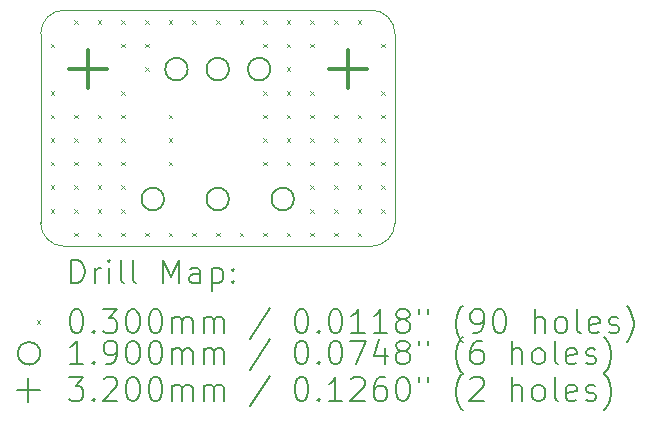
<source format=gbr>
%TF.GenerationSoftware,KiCad,Pcbnew,9.0.2-9.0.2-0~ubuntu24.04.1*%
%TF.CreationDate,2025-06-11T11:14:06+02:00*%
%TF.ProjectId,Conn_Ruban_Pixels,436f6e6e-5f52-4756-9261-6e5f50697865,rev?*%
%TF.SameCoordinates,Original*%
%TF.FileFunction,Drillmap*%
%TF.FilePolarity,Positive*%
%FSLAX45Y45*%
G04 Gerber Fmt 4.5, Leading zero omitted, Abs format (unit mm)*
G04 Created by KiCad (PCBNEW 9.0.2-9.0.2-0~ubuntu24.04.1) date 2025-06-11 11:14:06*
%MOMM*%
%LPD*%
G01*
G04 APERTURE LIST*
%ADD10C,0.050000*%
%ADD11C,0.200000*%
%ADD12C,0.100000*%
%ADD13C,0.190000*%
%ADD14C,0.320000*%
G04 APERTURE END LIST*
D10*
X13200000Y-10900000D02*
X15800000Y-10900000D01*
X13000000Y-9100000D02*
G75*
G02*
X13200000Y-8900000I200000J0D01*
G01*
X13200000Y-10900000D02*
G75*
G02*
X13000000Y-10700000I0J200000D01*
G01*
X13000000Y-9100000D02*
X13000000Y-10700000D01*
X15800000Y-8900000D02*
G75*
G02*
X16000000Y-9100000I0J-200000D01*
G01*
X16000000Y-10700000D02*
G75*
G02*
X15800000Y-10900000I-200000J0D01*
G01*
X16000000Y-10700000D02*
X16000000Y-9100000D01*
X15800000Y-8900000D02*
X13200000Y-8900000D01*
D11*
D12*
X13085000Y-9185000D02*
X13115000Y-9215000D01*
X13115000Y-9185000D02*
X13085000Y-9215000D01*
X13085000Y-9585000D02*
X13115000Y-9615000D01*
X13115000Y-9585000D02*
X13085000Y-9615000D01*
X13085000Y-9785000D02*
X13115000Y-9815000D01*
X13115000Y-9785000D02*
X13085000Y-9815000D01*
X13085000Y-9985000D02*
X13115000Y-10015000D01*
X13115000Y-9985000D02*
X13085000Y-10015000D01*
X13085000Y-10185000D02*
X13115000Y-10215000D01*
X13115000Y-10185000D02*
X13085000Y-10215000D01*
X13085000Y-10385000D02*
X13115000Y-10415000D01*
X13115000Y-10385000D02*
X13085000Y-10415000D01*
X13085000Y-10585000D02*
X13115000Y-10615000D01*
X13115000Y-10585000D02*
X13085000Y-10615000D01*
X13285000Y-8985000D02*
X13315000Y-9015000D01*
X13315000Y-8985000D02*
X13285000Y-9015000D01*
X13285000Y-9785000D02*
X13315000Y-9815000D01*
X13315000Y-9785000D02*
X13285000Y-9815000D01*
X13285000Y-9985000D02*
X13315000Y-10015000D01*
X13315000Y-9985000D02*
X13285000Y-10015000D01*
X13285000Y-10185000D02*
X13315000Y-10215000D01*
X13315000Y-10185000D02*
X13285000Y-10215000D01*
X13285000Y-10385000D02*
X13315000Y-10415000D01*
X13315000Y-10385000D02*
X13285000Y-10415000D01*
X13285000Y-10585000D02*
X13315000Y-10615000D01*
X13315000Y-10585000D02*
X13285000Y-10615000D01*
X13285000Y-10785000D02*
X13315000Y-10815000D01*
X13315000Y-10785000D02*
X13285000Y-10815000D01*
X13485000Y-8985000D02*
X13515000Y-9015000D01*
X13515000Y-8985000D02*
X13485000Y-9015000D01*
X13485000Y-9785000D02*
X13515000Y-9815000D01*
X13515000Y-9785000D02*
X13485000Y-9815000D01*
X13485000Y-9985000D02*
X13515000Y-10015000D01*
X13515000Y-9985000D02*
X13485000Y-10015000D01*
X13485000Y-10185000D02*
X13515000Y-10215000D01*
X13515000Y-10185000D02*
X13485000Y-10215000D01*
X13485000Y-10385000D02*
X13515000Y-10415000D01*
X13515000Y-10385000D02*
X13485000Y-10415000D01*
X13485000Y-10585000D02*
X13515000Y-10615000D01*
X13515000Y-10585000D02*
X13485000Y-10615000D01*
X13485000Y-10785000D02*
X13515000Y-10815000D01*
X13515000Y-10785000D02*
X13485000Y-10815000D01*
X13685000Y-8985000D02*
X13715000Y-9015000D01*
X13715000Y-8985000D02*
X13685000Y-9015000D01*
X13685000Y-9185000D02*
X13715000Y-9215000D01*
X13715000Y-9185000D02*
X13685000Y-9215000D01*
X13685000Y-9585000D02*
X13715000Y-9615000D01*
X13715000Y-9585000D02*
X13685000Y-9615000D01*
X13685000Y-9785000D02*
X13715000Y-9815000D01*
X13715000Y-9785000D02*
X13685000Y-9815000D01*
X13685000Y-9985000D02*
X13715000Y-10015000D01*
X13715000Y-9985000D02*
X13685000Y-10015000D01*
X13685000Y-10185000D02*
X13715000Y-10215000D01*
X13715000Y-10185000D02*
X13685000Y-10215000D01*
X13685000Y-10385000D02*
X13715000Y-10415000D01*
X13715000Y-10385000D02*
X13685000Y-10415000D01*
X13685000Y-10585000D02*
X13715000Y-10615000D01*
X13715000Y-10585000D02*
X13685000Y-10615000D01*
X13685000Y-10785000D02*
X13715000Y-10815000D01*
X13715000Y-10785000D02*
X13685000Y-10815000D01*
X13885000Y-8985000D02*
X13915000Y-9015000D01*
X13915000Y-8985000D02*
X13885000Y-9015000D01*
X13885000Y-9185000D02*
X13915000Y-9215000D01*
X13915000Y-9185000D02*
X13885000Y-9215000D01*
X13885000Y-9385000D02*
X13915000Y-9415000D01*
X13915000Y-9385000D02*
X13885000Y-9415000D01*
X13885000Y-10785000D02*
X13915000Y-10815000D01*
X13915000Y-10785000D02*
X13885000Y-10815000D01*
X14085000Y-8985000D02*
X14115000Y-9015000D01*
X14115000Y-8985000D02*
X14085000Y-9015000D01*
X14085000Y-9785000D02*
X14115000Y-9815000D01*
X14115000Y-9785000D02*
X14085000Y-9815000D01*
X14085000Y-9985000D02*
X14115000Y-10015000D01*
X14115000Y-9985000D02*
X14085000Y-10015000D01*
X14085000Y-10185000D02*
X14115000Y-10215000D01*
X14115000Y-10185000D02*
X14085000Y-10215000D01*
X14085000Y-10785000D02*
X14115000Y-10815000D01*
X14115000Y-10785000D02*
X14085000Y-10815000D01*
X14285000Y-8985000D02*
X14315000Y-9015000D01*
X14315000Y-8985000D02*
X14285000Y-9015000D01*
X14285000Y-10785000D02*
X14315000Y-10815000D01*
X14315000Y-10785000D02*
X14285000Y-10815000D01*
X14485000Y-8985000D02*
X14515000Y-9015000D01*
X14515000Y-8985000D02*
X14485000Y-9015000D01*
X14485000Y-10785000D02*
X14515000Y-10815000D01*
X14515000Y-10785000D02*
X14485000Y-10815000D01*
X14685000Y-8985000D02*
X14715000Y-9015000D01*
X14715000Y-8985000D02*
X14685000Y-9015000D01*
X14685000Y-10785000D02*
X14715000Y-10815000D01*
X14715000Y-10785000D02*
X14685000Y-10815000D01*
X14885000Y-8985000D02*
X14915000Y-9015000D01*
X14915000Y-8985000D02*
X14885000Y-9015000D01*
X14885000Y-9185000D02*
X14915000Y-9215000D01*
X14915000Y-9185000D02*
X14885000Y-9215000D01*
X14885000Y-9585000D02*
X14915000Y-9615000D01*
X14915000Y-9585000D02*
X14885000Y-9615000D01*
X14885000Y-9785000D02*
X14915000Y-9815000D01*
X14915000Y-9785000D02*
X14885000Y-9815000D01*
X14885000Y-9985000D02*
X14915000Y-10015000D01*
X14915000Y-9985000D02*
X14885000Y-10015000D01*
X14885000Y-10185000D02*
X14915000Y-10215000D01*
X14915000Y-10185000D02*
X14885000Y-10215000D01*
X14885000Y-10785000D02*
X14915000Y-10815000D01*
X14915000Y-10785000D02*
X14885000Y-10815000D01*
X15085000Y-8985000D02*
X15115000Y-9015000D01*
X15115000Y-8985000D02*
X15085000Y-9015000D01*
X15085000Y-9185000D02*
X15115000Y-9215000D01*
X15115000Y-9185000D02*
X15085000Y-9215000D01*
X15085000Y-9385000D02*
X15115000Y-9415000D01*
X15115000Y-9385000D02*
X15085000Y-9415000D01*
X15085000Y-9585000D02*
X15115000Y-9615000D01*
X15115000Y-9585000D02*
X15085000Y-9615000D01*
X15085000Y-9785000D02*
X15115000Y-9815000D01*
X15115000Y-9785000D02*
X15085000Y-9815000D01*
X15085000Y-9985000D02*
X15115000Y-10015000D01*
X15115000Y-9985000D02*
X15085000Y-10015000D01*
X15085000Y-10185000D02*
X15115000Y-10215000D01*
X15115000Y-10185000D02*
X15085000Y-10215000D01*
X15085000Y-10785000D02*
X15115000Y-10815000D01*
X15115000Y-10785000D02*
X15085000Y-10815000D01*
X15285000Y-8985000D02*
X15315000Y-9015000D01*
X15315000Y-8985000D02*
X15285000Y-9015000D01*
X15285000Y-9185000D02*
X15315000Y-9215000D01*
X15315000Y-9185000D02*
X15285000Y-9215000D01*
X15285000Y-9585000D02*
X15315000Y-9615000D01*
X15315000Y-9585000D02*
X15285000Y-9615000D01*
X15285000Y-9785000D02*
X15315000Y-9815000D01*
X15315000Y-9785000D02*
X15285000Y-9815000D01*
X15285000Y-9985000D02*
X15315000Y-10015000D01*
X15315000Y-9985000D02*
X15285000Y-10015000D01*
X15285000Y-10185000D02*
X15315000Y-10215000D01*
X15315000Y-10185000D02*
X15285000Y-10215000D01*
X15285000Y-10385000D02*
X15315000Y-10415000D01*
X15315000Y-10385000D02*
X15285000Y-10415000D01*
X15285000Y-10585000D02*
X15315000Y-10615000D01*
X15315000Y-10585000D02*
X15285000Y-10615000D01*
X15285000Y-10785000D02*
X15315000Y-10815000D01*
X15315000Y-10785000D02*
X15285000Y-10815000D01*
X15485000Y-8985000D02*
X15515000Y-9015000D01*
X15515000Y-8985000D02*
X15485000Y-9015000D01*
X15485000Y-9785000D02*
X15515000Y-9815000D01*
X15515000Y-9785000D02*
X15485000Y-9815000D01*
X15485000Y-9985000D02*
X15515000Y-10015000D01*
X15515000Y-9985000D02*
X15485000Y-10015000D01*
X15485000Y-10185000D02*
X15515000Y-10215000D01*
X15515000Y-10185000D02*
X15485000Y-10215000D01*
X15485000Y-10385000D02*
X15515000Y-10415000D01*
X15515000Y-10385000D02*
X15485000Y-10415000D01*
X15485000Y-10585000D02*
X15515000Y-10615000D01*
X15515000Y-10585000D02*
X15485000Y-10615000D01*
X15485000Y-10785000D02*
X15515000Y-10815000D01*
X15515000Y-10785000D02*
X15485000Y-10815000D01*
X15685000Y-8985000D02*
X15715000Y-9015000D01*
X15715000Y-8985000D02*
X15685000Y-9015000D01*
X15685000Y-9785000D02*
X15715000Y-9815000D01*
X15715000Y-9785000D02*
X15685000Y-9815000D01*
X15685000Y-9985000D02*
X15715000Y-10015000D01*
X15715000Y-9985000D02*
X15685000Y-10015000D01*
X15685000Y-10185000D02*
X15715000Y-10215000D01*
X15715000Y-10185000D02*
X15685000Y-10215000D01*
X15685000Y-10385000D02*
X15715000Y-10415000D01*
X15715000Y-10385000D02*
X15685000Y-10415000D01*
X15685000Y-10585000D02*
X15715000Y-10615000D01*
X15715000Y-10585000D02*
X15685000Y-10615000D01*
X15685000Y-10785000D02*
X15715000Y-10815000D01*
X15715000Y-10785000D02*
X15685000Y-10815000D01*
X15885000Y-9185000D02*
X15915000Y-9215000D01*
X15915000Y-9185000D02*
X15885000Y-9215000D01*
X15885000Y-9585000D02*
X15915000Y-9615000D01*
X15915000Y-9585000D02*
X15885000Y-9615000D01*
X15885000Y-9785000D02*
X15915000Y-9815000D01*
X15915000Y-9785000D02*
X15885000Y-9815000D01*
X15885000Y-9985000D02*
X15915000Y-10015000D01*
X15915000Y-9985000D02*
X15885000Y-10015000D01*
X15885000Y-10185000D02*
X15915000Y-10215000D01*
X15915000Y-10185000D02*
X15885000Y-10215000D01*
X15885000Y-10385000D02*
X15915000Y-10415000D01*
X15915000Y-10385000D02*
X15885000Y-10415000D01*
X15885000Y-10585000D02*
X15915000Y-10615000D01*
X15915000Y-10585000D02*
X15885000Y-10615000D01*
D13*
X14045000Y-10500000D02*
G75*
G02*
X13855000Y-10500000I-95000J0D01*
G01*
X13855000Y-10500000D02*
G75*
G02*
X14045000Y-10500000I95000J0D01*
G01*
X14245000Y-9400000D02*
G75*
G02*
X14055000Y-9400000I-95000J0D01*
G01*
X14055000Y-9400000D02*
G75*
G02*
X14245000Y-9400000I95000J0D01*
G01*
X14595000Y-9400000D02*
G75*
G02*
X14405000Y-9400000I-95000J0D01*
G01*
X14405000Y-9400000D02*
G75*
G02*
X14595000Y-9400000I95000J0D01*
G01*
X14595000Y-10500000D02*
G75*
G02*
X14405000Y-10500000I-95000J0D01*
G01*
X14405000Y-10500000D02*
G75*
G02*
X14595000Y-10500000I95000J0D01*
G01*
X14945000Y-9400000D02*
G75*
G02*
X14755000Y-9400000I-95000J0D01*
G01*
X14755000Y-9400000D02*
G75*
G02*
X14945000Y-9400000I95000J0D01*
G01*
X15145000Y-10500000D02*
G75*
G02*
X14955000Y-10500000I-95000J0D01*
G01*
X14955000Y-10500000D02*
G75*
G02*
X15145000Y-10500000I95000J0D01*
G01*
D14*
X13400000Y-9240000D02*
X13400000Y-9560000D01*
X13240000Y-9400000D02*
X13560000Y-9400000D01*
X15600000Y-9240000D02*
X15600000Y-9560000D01*
X15440000Y-9400000D02*
X15760000Y-9400000D01*
D11*
X13258277Y-11213984D02*
X13258277Y-11013984D01*
X13258277Y-11013984D02*
X13305896Y-11013984D01*
X13305896Y-11013984D02*
X13334467Y-11023508D01*
X13334467Y-11023508D02*
X13353515Y-11042555D01*
X13353515Y-11042555D02*
X13363039Y-11061603D01*
X13363039Y-11061603D02*
X13372562Y-11099698D01*
X13372562Y-11099698D02*
X13372562Y-11128270D01*
X13372562Y-11128270D02*
X13363039Y-11166365D01*
X13363039Y-11166365D02*
X13353515Y-11185412D01*
X13353515Y-11185412D02*
X13334467Y-11204460D01*
X13334467Y-11204460D02*
X13305896Y-11213984D01*
X13305896Y-11213984D02*
X13258277Y-11213984D01*
X13458277Y-11213984D02*
X13458277Y-11080650D01*
X13458277Y-11118746D02*
X13467801Y-11099698D01*
X13467801Y-11099698D02*
X13477324Y-11090174D01*
X13477324Y-11090174D02*
X13496372Y-11080650D01*
X13496372Y-11080650D02*
X13515420Y-11080650D01*
X13582086Y-11213984D02*
X13582086Y-11080650D01*
X13582086Y-11013984D02*
X13572562Y-11023508D01*
X13572562Y-11023508D02*
X13582086Y-11033031D01*
X13582086Y-11033031D02*
X13591610Y-11023508D01*
X13591610Y-11023508D02*
X13582086Y-11013984D01*
X13582086Y-11013984D02*
X13582086Y-11033031D01*
X13705896Y-11213984D02*
X13686848Y-11204460D01*
X13686848Y-11204460D02*
X13677324Y-11185412D01*
X13677324Y-11185412D02*
X13677324Y-11013984D01*
X13810658Y-11213984D02*
X13791610Y-11204460D01*
X13791610Y-11204460D02*
X13782086Y-11185412D01*
X13782086Y-11185412D02*
X13782086Y-11013984D01*
X14039229Y-11213984D02*
X14039229Y-11013984D01*
X14039229Y-11013984D02*
X14105896Y-11156841D01*
X14105896Y-11156841D02*
X14172562Y-11013984D01*
X14172562Y-11013984D02*
X14172562Y-11213984D01*
X14353515Y-11213984D02*
X14353515Y-11109222D01*
X14353515Y-11109222D02*
X14343991Y-11090174D01*
X14343991Y-11090174D02*
X14324943Y-11080650D01*
X14324943Y-11080650D02*
X14286848Y-11080650D01*
X14286848Y-11080650D02*
X14267801Y-11090174D01*
X14353515Y-11204460D02*
X14334467Y-11213984D01*
X14334467Y-11213984D02*
X14286848Y-11213984D01*
X14286848Y-11213984D02*
X14267801Y-11204460D01*
X14267801Y-11204460D02*
X14258277Y-11185412D01*
X14258277Y-11185412D02*
X14258277Y-11166365D01*
X14258277Y-11166365D02*
X14267801Y-11147317D01*
X14267801Y-11147317D02*
X14286848Y-11137793D01*
X14286848Y-11137793D02*
X14334467Y-11137793D01*
X14334467Y-11137793D02*
X14353515Y-11128270D01*
X14448753Y-11080650D02*
X14448753Y-11280650D01*
X14448753Y-11090174D02*
X14467801Y-11080650D01*
X14467801Y-11080650D02*
X14505896Y-11080650D01*
X14505896Y-11080650D02*
X14524943Y-11090174D01*
X14524943Y-11090174D02*
X14534467Y-11099698D01*
X14534467Y-11099698D02*
X14543991Y-11118746D01*
X14543991Y-11118746D02*
X14543991Y-11175889D01*
X14543991Y-11175889D02*
X14534467Y-11194936D01*
X14534467Y-11194936D02*
X14524943Y-11204460D01*
X14524943Y-11204460D02*
X14505896Y-11213984D01*
X14505896Y-11213984D02*
X14467801Y-11213984D01*
X14467801Y-11213984D02*
X14448753Y-11204460D01*
X14629705Y-11194936D02*
X14639229Y-11204460D01*
X14639229Y-11204460D02*
X14629705Y-11213984D01*
X14629705Y-11213984D02*
X14620182Y-11204460D01*
X14620182Y-11204460D02*
X14629705Y-11194936D01*
X14629705Y-11194936D02*
X14629705Y-11213984D01*
X14629705Y-11090174D02*
X14639229Y-11099698D01*
X14639229Y-11099698D02*
X14629705Y-11109222D01*
X14629705Y-11109222D02*
X14620182Y-11099698D01*
X14620182Y-11099698D02*
X14629705Y-11090174D01*
X14629705Y-11090174D02*
X14629705Y-11109222D01*
D12*
X12967500Y-11527500D02*
X12997500Y-11557500D01*
X12997500Y-11527500D02*
X12967500Y-11557500D01*
D11*
X13296372Y-11433984D02*
X13315420Y-11433984D01*
X13315420Y-11433984D02*
X13334467Y-11443508D01*
X13334467Y-11443508D02*
X13343991Y-11453031D01*
X13343991Y-11453031D02*
X13353515Y-11472079D01*
X13353515Y-11472079D02*
X13363039Y-11510174D01*
X13363039Y-11510174D02*
X13363039Y-11557793D01*
X13363039Y-11557793D02*
X13353515Y-11595888D01*
X13353515Y-11595888D02*
X13343991Y-11614936D01*
X13343991Y-11614936D02*
X13334467Y-11624460D01*
X13334467Y-11624460D02*
X13315420Y-11633984D01*
X13315420Y-11633984D02*
X13296372Y-11633984D01*
X13296372Y-11633984D02*
X13277324Y-11624460D01*
X13277324Y-11624460D02*
X13267801Y-11614936D01*
X13267801Y-11614936D02*
X13258277Y-11595888D01*
X13258277Y-11595888D02*
X13248753Y-11557793D01*
X13248753Y-11557793D02*
X13248753Y-11510174D01*
X13248753Y-11510174D02*
X13258277Y-11472079D01*
X13258277Y-11472079D02*
X13267801Y-11453031D01*
X13267801Y-11453031D02*
X13277324Y-11443508D01*
X13277324Y-11443508D02*
X13296372Y-11433984D01*
X13448753Y-11614936D02*
X13458277Y-11624460D01*
X13458277Y-11624460D02*
X13448753Y-11633984D01*
X13448753Y-11633984D02*
X13439229Y-11624460D01*
X13439229Y-11624460D02*
X13448753Y-11614936D01*
X13448753Y-11614936D02*
X13448753Y-11633984D01*
X13524943Y-11433984D02*
X13648753Y-11433984D01*
X13648753Y-11433984D02*
X13582086Y-11510174D01*
X13582086Y-11510174D02*
X13610658Y-11510174D01*
X13610658Y-11510174D02*
X13629705Y-11519698D01*
X13629705Y-11519698D02*
X13639229Y-11529222D01*
X13639229Y-11529222D02*
X13648753Y-11548269D01*
X13648753Y-11548269D02*
X13648753Y-11595888D01*
X13648753Y-11595888D02*
X13639229Y-11614936D01*
X13639229Y-11614936D02*
X13629705Y-11624460D01*
X13629705Y-11624460D02*
X13610658Y-11633984D01*
X13610658Y-11633984D02*
X13553515Y-11633984D01*
X13553515Y-11633984D02*
X13534467Y-11624460D01*
X13534467Y-11624460D02*
X13524943Y-11614936D01*
X13772562Y-11433984D02*
X13791610Y-11433984D01*
X13791610Y-11433984D02*
X13810658Y-11443508D01*
X13810658Y-11443508D02*
X13820182Y-11453031D01*
X13820182Y-11453031D02*
X13829705Y-11472079D01*
X13829705Y-11472079D02*
X13839229Y-11510174D01*
X13839229Y-11510174D02*
X13839229Y-11557793D01*
X13839229Y-11557793D02*
X13829705Y-11595888D01*
X13829705Y-11595888D02*
X13820182Y-11614936D01*
X13820182Y-11614936D02*
X13810658Y-11624460D01*
X13810658Y-11624460D02*
X13791610Y-11633984D01*
X13791610Y-11633984D02*
X13772562Y-11633984D01*
X13772562Y-11633984D02*
X13753515Y-11624460D01*
X13753515Y-11624460D02*
X13743991Y-11614936D01*
X13743991Y-11614936D02*
X13734467Y-11595888D01*
X13734467Y-11595888D02*
X13724943Y-11557793D01*
X13724943Y-11557793D02*
X13724943Y-11510174D01*
X13724943Y-11510174D02*
X13734467Y-11472079D01*
X13734467Y-11472079D02*
X13743991Y-11453031D01*
X13743991Y-11453031D02*
X13753515Y-11443508D01*
X13753515Y-11443508D02*
X13772562Y-11433984D01*
X13963039Y-11433984D02*
X13982086Y-11433984D01*
X13982086Y-11433984D02*
X14001134Y-11443508D01*
X14001134Y-11443508D02*
X14010658Y-11453031D01*
X14010658Y-11453031D02*
X14020182Y-11472079D01*
X14020182Y-11472079D02*
X14029705Y-11510174D01*
X14029705Y-11510174D02*
X14029705Y-11557793D01*
X14029705Y-11557793D02*
X14020182Y-11595888D01*
X14020182Y-11595888D02*
X14010658Y-11614936D01*
X14010658Y-11614936D02*
X14001134Y-11624460D01*
X14001134Y-11624460D02*
X13982086Y-11633984D01*
X13982086Y-11633984D02*
X13963039Y-11633984D01*
X13963039Y-11633984D02*
X13943991Y-11624460D01*
X13943991Y-11624460D02*
X13934467Y-11614936D01*
X13934467Y-11614936D02*
X13924943Y-11595888D01*
X13924943Y-11595888D02*
X13915420Y-11557793D01*
X13915420Y-11557793D02*
X13915420Y-11510174D01*
X13915420Y-11510174D02*
X13924943Y-11472079D01*
X13924943Y-11472079D02*
X13934467Y-11453031D01*
X13934467Y-11453031D02*
X13943991Y-11443508D01*
X13943991Y-11443508D02*
X13963039Y-11433984D01*
X14115420Y-11633984D02*
X14115420Y-11500650D01*
X14115420Y-11519698D02*
X14124943Y-11510174D01*
X14124943Y-11510174D02*
X14143991Y-11500650D01*
X14143991Y-11500650D02*
X14172563Y-11500650D01*
X14172563Y-11500650D02*
X14191610Y-11510174D01*
X14191610Y-11510174D02*
X14201134Y-11529222D01*
X14201134Y-11529222D02*
X14201134Y-11633984D01*
X14201134Y-11529222D02*
X14210658Y-11510174D01*
X14210658Y-11510174D02*
X14229705Y-11500650D01*
X14229705Y-11500650D02*
X14258277Y-11500650D01*
X14258277Y-11500650D02*
X14277324Y-11510174D01*
X14277324Y-11510174D02*
X14286848Y-11529222D01*
X14286848Y-11529222D02*
X14286848Y-11633984D01*
X14382086Y-11633984D02*
X14382086Y-11500650D01*
X14382086Y-11519698D02*
X14391610Y-11510174D01*
X14391610Y-11510174D02*
X14410658Y-11500650D01*
X14410658Y-11500650D02*
X14439229Y-11500650D01*
X14439229Y-11500650D02*
X14458277Y-11510174D01*
X14458277Y-11510174D02*
X14467801Y-11529222D01*
X14467801Y-11529222D02*
X14467801Y-11633984D01*
X14467801Y-11529222D02*
X14477324Y-11510174D01*
X14477324Y-11510174D02*
X14496372Y-11500650D01*
X14496372Y-11500650D02*
X14524943Y-11500650D01*
X14524943Y-11500650D02*
X14543991Y-11510174D01*
X14543991Y-11510174D02*
X14553515Y-11529222D01*
X14553515Y-11529222D02*
X14553515Y-11633984D01*
X14943991Y-11424460D02*
X14772563Y-11681603D01*
X15201134Y-11433984D02*
X15220182Y-11433984D01*
X15220182Y-11433984D02*
X15239229Y-11443508D01*
X15239229Y-11443508D02*
X15248753Y-11453031D01*
X15248753Y-11453031D02*
X15258277Y-11472079D01*
X15258277Y-11472079D02*
X15267801Y-11510174D01*
X15267801Y-11510174D02*
X15267801Y-11557793D01*
X15267801Y-11557793D02*
X15258277Y-11595888D01*
X15258277Y-11595888D02*
X15248753Y-11614936D01*
X15248753Y-11614936D02*
X15239229Y-11624460D01*
X15239229Y-11624460D02*
X15220182Y-11633984D01*
X15220182Y-11633984D02*
X15201134Y-11633984D01*
X15201134Y-11633984D02*
X15182086Y-11624460D01*
X15182086Y-11624460D02*
X15172563Y-11614936D01*
X15172563Y-11614936D02*
X15163039Y-11595888D01*
X15163039Y-11595888D02*
X15153515Y-11557793D01*
X15153515Y-11557793D02*
X15153515Y-11510174D01*
X15153515Y-11510174D02*
X15163039Y-11472079D01*
X15163039Y-11472079D02*
X15172563Y-11453031D01*
X15172563Y-11453031D02*
X15182086Y-11443508D01*
X15182086Y-11443508D02*
X15201134Y-11433984D01*
X15353515Y-11614936D02*
X15363039Y-11624460D01*
X15363039Y-11624460D02*
X15353515Y-11633984D01*
X15353515Y-11633984D02*
X15343991Y-11624460D01*
X15343991Y-11624460D02*
X15353515Y-11614936D01*
X15353515Y-11614936D02*
X15353515Y-11633984D01*
X15486848Y-11433984D02*
X15505896Y-11433984D01*
X15505896Y-11433984D02*
X15524944Y-11443508D01*
X15524944Y-11443508D02*
X15534467Y-11453031D01*
X15534467Y-11453031D02*
X15543991Y-11472079D01*
X15543991Y-11472079D02*
X15553515Y-11510174D01*
X15553515Y-11510174D02*
X15553515Y-11557793D01*
X15553515Y-11557793D02*
X15543991Y-11595888D01*
X15543991Y-11595888D02*
X15534467Y-11614936D01*
X15534467Y-11614936D02*
X15524944Y-11624460D01*
X15524944Y-11624460D02*
X15505896Y-11633984D01*
X15505896Y-11633984D02*
X15486848Y-11633984D01*
X15486848Y-11633984D02*
X15467801Y-11624460D01*
X15467801Y-11624460D02*
X15458277Y-11614936D01*
X15458277Y-11614936D02*
X15448753Y-11595888D01*
X15448753Y-11595888D02*
X15439229Y-11557793D01*
X15439229Y-11557793D02*
X15439229Y-11510174D01*
X15439229Y-11510174D02*
X15448753Y-11472079D01*
X15448753Y-11472079D02*
X15458277Y-11453031D01*
X15458277Y-11453031D02*
X15467801Y-11443508D01*
X15467801Y-11443508D02*
X15486848Y-11433984D01*
X15743991Y-11633984D02*
X15629706Y-11633984D01*
X15686848Y-11633984D02*
X15686848Y-11433984D01*
X15686848Y-11433984D02*
X15667801Y-11462555D01*
X15667801Y-11462555D02*
X15648753Y-11481603D01*
X15648753Y-11481603D02*
X15629706Y-11491127D01*
X15934467Y-11633984D02*
X15820182Y-11633984D01*
X15877325Y-11633984D02*
X15877325Y-11433984D01*
X15877325Y-11433984D02*
X15858277Y-11462555D01*
X15858277Y-11462555D02*
X15839229Y-11481603D01*
X15839229Y-11481603D02*
X15820182Y-11491127D01*
X16048753Y-11519698D02*
X16029706Y-11510174D01*
X16029706Y-11510174D02*
X16020182Y-11500650D01*
X16020182Y-11500650D02*
X16010658Y-11481603D01*
X16010658Y-11481603D02*
X16010658Y-11472079D01*
X16010658Y-11472079D02*
X16020182Y-11453031D01*
X16020182Y-11453031D02*
X16029706Y-11443508D01*
X16029706Y-11443508D02*
X16048753Y-11433984D01*
X16048753Y-11433984D02*
X16086848Y-11433984D01*
X16086848Y-11433984D02*
X16105896Y-11443508D01*
X16105896Y-11443508D02*
X16115420Y-11453031D01*
X16115420Y-11453031D02*
X16124944Y-11472079D01*
X16124944Y-11472079D02*
X16124944Y-11481603D01*
X16124944Y-11481603D02*
X16115420Y-11500650D01*
X16115420Y-11500650D02*
X16105896Y-11510174D01*
X16105896Y-11510174D02*
X16086848Y-11519698D01*
X16086848Y-11519698D02*
X16048753Y-11519698D01*
X16048753Y-11519698D02*
X16029706Y-11529222D01*
X16029706Y-11529222D02*
X16020182Y-11538746D01*
X16020182Y-11538746D02*
X16010658Y-11557793D01*
X16010658Y-11557793D02*
X16010658Y-11595888D01*
X16010658Y-11595888D02*
X16020182Y-11614936D01*
X16020182Y-11614936D02*
X16029706Y-11624460D01*
X16029706Y-11624460D02*
X16048753Y-11633984D01*
X16048753Y-11633984D02*
X16086848Y-11633984D01*
X16086848Y-11633984D02*
X16105896Y-11624460D01*
X16105896Y-11624460D02*
X16115420Y-11614936D01*
X16115420Y-11614936D02*
X16124944Y-11595888D01*
X16124944Y-11595888D02*
X16124944Y-11557793D01*
X16124944Y-11557793D02*
X16115420Y-11538746D01*
X16115420Y-11538746D02*
X16105896Y-11529222D01*
X16105896Y-11529222D02*
X16086848Y-11519698D01*
X16201134Y-11433984D02*
X16201134Y-11472079D01*
X16277325Y-11433984D02*
X16277325Y-11472079D01*
X16572563Y-11710174D02*
X16563039Y-11700650D01*
X16563039Y-11700650D02*
X16543991Y-11672079D01*
X16543991Y-11672079D02*
X16534468Y-11653031D01*
X16534468Y-11653031D02*
X16524944Y-11624460D01*
X16524944Y-11624460D02*
X16515420Y-11576841D01*
X16515420Y-11576841D02*
X16515420Y-11538746D01*
X16515420Y-11538746D02*
X16524944Y-11491127D01*
X16524944Y-11491127D02*
X16534468Y-11462555D01*
X16534468Y-11462555D02*
X16543991Y-11443508D01*
X16543991Y-11443508D02*
X16563039Y-11414936D01*
X16563039Y-11414936D02*
X16572563Y-11405412D01*
X16658277Y-11633984D02*
X16696372Y-11633984D01*
X16696372Y-11633984D02*
X16715420Y-11624460D01*
X16715420Y-11624460D02*
X16724944Y-11614936D01*
X16724944Y-11614936D02*
X16743991Y-11586365D01*
X16743991Y-11586365D02*
X16753515Y-11548269D01*
X16753515Y-11548269D02*
X16753515Y-11472079D01*
X16753515Y-11472079D02*
X16743991Y-11453031D01*
X16743991Y-11453031D02*
X16734468Y-11443508D01*
X16734468Y-11443508D02*
X16715420Y-11433984D01*
X16715420Y-11433984D02*
X16677325Y-11433984D01*
X16677325Y-11433984D02*
X16658277Y-11443508D01*
X16658277Y-11443508D02*
X16648753Y-11453031D01*
X16648753Y-11453031D02*
X16639229Y-11472079D01*
X16639229Y-11472079D02*
X16639229Y-11519698D01*
X16639229Y-11519698D02*
X16648753Y-11538746D01*
X16648753Y-11538746D02*
X16658277Y-11548269D01*
X16658277Y-11548269D02*
X16677325Y-11557793D01*
X16677325Y-11557793D02*
X16715420Y-11557793D01*
X16715420Y-11557793D02*
X16734468Y-11548269D01*
X16734468Y-11548269D02*
X16743991Y-11538746D01*
X16743991Y-11538746D02*
X16753515Y-11519698D01*
X16877325Y-11433984D02*
X16896372Y-11433984D01*
X16896372Y-11433984D02*
X16915420Y-11443508D01*
X16915420Y-11443508D02*
X16924944Y-11453031D01*
X16924944Y-11453031D02*
X16934468Y-11472079D01*
X16934468Y-11472079D02*
X16943991Y-11510174D01*
X16943991Y-11510174D02*
X16943991Y-11557793D01*
X16943991Y-11557793D02*
X16934468Y-11595888D01*
X16934468Y-11595888D02*
X16924944Y-11614936D01*
X16924944Y-11614936D02*
X16915420Y-11624460D01*
X16915420Y-11624460D02*
X16896372Y-11633984D01*
X16896372Y-11633984D02*
X16877325Y-11633984D01*
X16877325Y-11633984D02*
X16858277Y-11624460D01*
X16858277Y-11624460D02*
X16848753Y-11614936D01*
X16848753Y-11614936D02*
X16839230Y-11595888D01*
X16839230Y-11595888D02*
X16829706Y-11557793D01*
X16829706Y-11557793D02*
X16829706Y-11510174D01*
X16829706Y-11510174D02*
X16839230Y-11472079D01*
X16839230Y-11472079D02*
X16848753Y-11453031D01*
X16848753Y-11453031D02*
X16858277Y-11443508D01*
X16858277Y-11443508D02*
X16877325Y-11433984D01*
X17182087Y-11633984D02*
X17182087Y-11433984D01*
X17267801Y-11633984D02*
X17267801Y-11529222D01*
X17267801Y-11529222D02*
X17258277Y-11510174D01*
X17258277Y-11510174D02*
X17239230Y-11500650D01*
X17239230Y-11500650D02*
X17210658Y-11500650D01*
X17210658Y-11500650D02*
X17191611Y-11510174D01*
X17191611Y-11510174D02*
X17182087Y-11519698D01*
X17391611Y-11633984D02*
X17372563Y-11624460D01*
X17372563Y-11624460D02*
X17363039Y-11614936D01*
X17363039Y-11614936D02*
X17353515Y-11595888D01*
X17353515Y-11595888D02*
X17353515Y-11538746D01*
X17353515Y-11538746D02*
X17363039Y-11519698D01*
X17363039Y-11519698D02*
X17372563Y-11510174D01*
X17372563Y-11510174D02*
X17391611Y-11500650D01*
X17391611Y-11500650D02*
X17420182Y-11500650D01*
X17420182Y-11500650D02*
X17439230Y-11510174D01*
X17439230Y-11510174D02*
X17448753Y-11519698D01*
X17448753Y-11519698D02*
X17458277Y-11538746D01*
X17458277Y-11538746D02*
X17458277Y-11595888D01*
X17458277Y-11595888D02*
X17448753Y-11614936D01*
X17448753Y-11614936D02*
X17439230Y-11624460D01*
X17439230Y-11624460D02*
X17420182Y-11633984D01*
X17420182Y-11633984D02*
X17391611Y-11633984D01*
X17572563Y-11633984D02*
X17553515Y-11624460D01*
X17553515Y-11624460D02*
X17543992Y-11605412D01*
X17543992Y-11605412D02*
X17543992Y-11433984D01*
X17724944Y-11624460D02*
X17705896Y-11633984D01*
X17705896Y-11633984D02*
X17667801Y-11633984D01*
X17667801Y-11633984D02*
X17648753Y-11624460D01*
X17648753Y-11624460D02*
X17639230Y-11605412D01*
X17639230Y-11605412D02*
X17639230Y-11529222D01*
X17639230Y-11529222D02*
X17648753Y-11510174D01*
X17648753Y-11510174D02*
X17667801Y-11500650D01*
X17667801Y-11500650D02*
X17705896Y-11500650D01*
X17705896Y-11500650D02*
X17724944Y-11510174D01*
X17724944Y-11510174D02*
X17734468Y-11529222D01*
X17734468Y-11529222D02*
X17734468Y-11548269D01*
X17734468Y-11548269D02*
X17639230Y-11567317D01*
X17810658Y-11624460D02*
X17829706Y-11633984D01*
X17829706Y-11633984D02*
X17867801Y-11633984D01*
X17867801Y-11633984D02*
X17886849Y-11624460D01*
X17886849Y-11624460D02*
X17896373Y-11605412D01*
X17896373Y-11605412D02*
X17896373Y-11595888D01*
X17896373Y-11595888D02*
X17886849Y-11576841D01*
X17886849Y-11576841D02*
X17867801Y-11567317D01*
X17867801Y-11567317D02*
X17839230Y-11567317D01*
X17839230Y-11567317D02*
X17820182Y-11557793D01*
X17820182Y-11557793D02*
X17810658Y-11538746D01*
X17810658Y-11538746D02*
X17810658Y-11529222D01*
X17810658Y-11529222D02*
X17820182Y-11510174D01*
X17820182Y-11510174D02*
X17839230Y-11500650D01*
X17839230Y-11500650D02*
X17867801Y-11500650D01*
X17867801Y-11500650D02*
X17886849Y-11510174D01*
X17963039Y-11710174D02*
X17972563Y-11700650D01*
X17972563Y-11700650D02*
X17991611Y-11672079D01*
X17991611Y-11672079D02*
X18001134Y-11653031D01*
X18001134Y-11653031D02*
X18010658Y-11624460D01*
X18010658Y-11624460D02*
X18020182Y-11576841D01*
X18020182Y-11576841D02*
X18020182Y-11538746D01*
X18020182Y-11538746D02*
X18010658Y-11491127D01*
X18010658Y-11491127D02*
X18001134Y-11462555D01*
X18001134Y-11462555D02*
X17991611Y-11443508D01*
X17991611Y-11443508D02*
X17972563Y-11414936D01*
X17972563Y-11414936D02*
X17963039Y-11405412D01*
D13*
X12997500Y-11806500D02*
G75*
G02*
X12807500Y-11806500I-95000J0D01*
G01*
X12807500Y-11806500D02*
G75*
G02*
X12997500Y-11806500I95000J0D01*
G01*
D11*
X13363039Y-11897984D02*
X13248753Y-11897984D01*
X13305896Y-11897984D02*
X13305896Y-11697984D01*
X13305896Y-11697984D02*
X13286848Y-11726555D01*
X13286848Y-11726555D02*
X13267801Y-11745603D01*
X13267801Y-11745603D02*
X13248753Y-11755127D01*
X13448753Y-11878936D02*
X13458277Y-11888460D01*
X13458277Y-11888460D02*
X13448753Y-11897984D01*
X13448753Y-11897984D02*
X13439229Y-11888460D01*
X13439229Y-11888460D02*
X13448753Y-11878936D01*
X13448753Y-11878936D02*
X13448753Y-11897984D01*
X13553515Y-11897984D02*
X13591610Y-11897984D01*
X13591610Y-11897984D02*
X13610658Y-11888460D01*
X13610658Y-11888460D02*
X13620182Y-11878936D01*
X13620182Y-11878936D02*
X13639229Y-11850365D01*
X13639229Y-11850365D02*
X13648753Y-11812269D01*
X13648753Y-11812269D02*
X13648753Y-11736079D01*
X13648753Y-11736079D02*
X13639229Y-11717031D01*
X13639229Y-11717031D02*
X13629705Y-11707508D01*
X13629705Y-11707508D02*
X13610658Y-11697984D01*
X13610658Y-11697984D02*
X13572562Y-11697984D01*
X13572562Y-11697984D02*
X13553515Y-11707508D01*
X13553515Y-11707508D02*
X13543991Y-11717031D01*
X13543991Y-11717031D02*
X13534467Y-11736079D01*
X13534467Y-11736079D02*
X13534467Y-11783698D01*
X13534467Y-11783698D02*
X13543991Y-11802746D01*
X13543991Y-11802746D02*
X13553515Y-11812269D01*
X13553515Y-11812269D02*
X13572562Y-11821793D01*
X13572562Y-11821793D02*
X13610658Y-11821793D01*
X13610658Y-11821793D02*
X13629705Y-11812269D01*
X13629705Y-11812269D02*
X13639229Y-11802746D01*
X13639229Y-11802746D02*
X13648753Y-11783698D01*
X13772562Y-11697984D02*
X13791610Y-11697984D01*
X13791610Y-11697984D02*
X13810658Y-11707508D01*
X13810658Y-11707508D02*
X13820182Y-11717031D01*
X13820182Y-11717031D02*
X13829705Y-11736079D01*
X13829705Y-11736079D02*
X13839229Y-11774174D01*
X13839229Y-11774174D02*
X13839229Y-11821793D01*
X13839229Y-11821793D02*
X13829705Y-11859888D01*
X13829705Y-11859888D02*
X13820182Y-11878936D01*
X13820182Y-11878936D02*
X13810658Y-11888460D01*
X13810658Y-11888460D02*
X13791610Y-11897984D01*
X13791610Y-11897984D02*
X13772562Y-11897984D01*
X13772562Y-11897984D02*
X13753515Y-11888460D01*
X13753515Y-11888460D02*
X13743991Y-11878936D01*
X13743991Y-11878936D02*
X13734467Y-11859888D01*
X13734467Y-11859888D02*
X13724943Y-11821793D01*
X13724943Y-11821793D02*
X13724943Y-11774174D01*
X13724943Y-11774174D02*
X13734467Y-11736079D01*
X13734467Y-11736079D02*
X13743991Y-11717031D01*
X13743991Y-11717031D02*
X13753515Y-11707508D01*
X13753515Y-11707508D02*
X13772562Y-11697984D01*
X13963039Y-11697984D02*
X13982086Y-11697984D01*
X13982086Y-11697984D02*
X14001134Y-11707508D01*
X14001134Y-11707508D02*
X14010658Y-11717031D01*
X14010658Y-11717031D02*
X14020182Y-11736079D01*
X14020182Y-11736079D02*
X14029705Y-11774174D01*
X14029705Y-11774174D02*
X14029705Y-11821793D01*
X14029705Y-11821793D02*
X14020182Y-11859888D01*
X14020182Y-11859888D02*
X14010658Y-11878936D01*
X14010658Y-11878936D02*
X14001134Y-11888460D01*
X14001134Y-11888460D02*
X13982086Y-11897984D01*
X13982086Y-11897984D02*
X13963039Y-11897984D01*
X13963039Y-11897984D02*
X13943991Y-11888460D01*
X13943991Y-11888460D02*
X13934467Y-11878936D01*
X13934467Y-11878936D02*
X13924943Y-11859888D01*
X13924943Y-11859888D02*
X13915420Y-11821793D01*
X13915420Y-11821793D02*
X13915420Y-11774174D01*
X13915420Y-11774174D02*
X13924943Y-11736079D01*
X13924943Y-11736079D02*
X13934467Y-11717031D01*
X13934467Y-11717031D02*
X13943991Y-11707508D01*
X13943991Y-11707508D02*
X13963039Y-11697984D01*
X14115420Y-11897984D02*
X14115420Y-11764650D01*
X14115420Y-11783698D02*
X14124943Y-11774174D01*
X14124943Y-11774174D02*
X14143991Y-11764650D01*
X14143991Y-11764650D02*
X14172563Y-11764650D01*
X14172563Y-11764650D02*
X14191610Y-11774174D01*
X14191610Y-11774174D02*
X14201134Y-11793222D01*
X14201134Y-11793222D02*
X14201134Y-11897984D01*
X14201134Y-11793222D02*
X14210658Y-11774174D01*
X14210658Y-11774174D02*
X14229705Y-11764650D01*
X14229705Y-11764650D02*
X14258277Y-11764650D01*
X14258277Y-11764650D02*
X14277324Y-11774174D01*
X14277324Y-11774174D02*
X14286848Y-11793222D01*
X14286848Y-11793222D02*
X14286848Y-11897984D01*
X14382086Y-11897984D02*
X14382086Y-11764650D01*
X14382086Y-11783698D02*
X14391610Y-11774174D01*
X14391610Y-11774174D02*
X14410658Y-11764650D01*
X14410658Y-11764650D02*
X14439229Y-11764650D01*
X14439229Y-11764650D02*
X14458277Y-11774174D01*
X14458277Y-11774174D02*
X14467801Y-11793222D01*
X14467801Y-11793222D02*
X14467801Y-11897984D01*
X14467801Y-11793222D02*
X14477324Y-11774174D01*
X14477324Y-11774174D02*
X14496372Y-11764650D01*
X14496372Y-11764650D02*
X14524943Y-11764650D01*
X14524943Y-11764650D02*
X14543991Y-11774174D01*
X14543991Y-11774174D02*
X14553515Y-11793222D01*
X14553515Y-11793222D02*
X14553515Y-11897984D01*
X14943991Y-11688460D02*
X14772563Y-11945603D01*
X15201134Y-11697984D02*
X15220182Y-11697984D01*
X15220182Y-11697984D02*
X15239229Y-11707508D01*
X15239229Y-11707508D02*
X15248753Y-11717031D01*
X15248753Y-11717031D02*
X15258277Y-11736079D01*
X15258277Y-11736079D02*
X15267801Y-11774174D01*
X15267801Y-11774174D02*
X15267801Y-11821793D01*
X15267801Y-11821793D02*
X15258277Y-11859888D01*
X15258277Y-11859888D02*
X15248753Y-11878936D01*
X15248753Y-11878936D02*
X15239229Y-11888460D01*
X15239229Y-11888460D02*
X15220182Y-11897984D01*
X15220182Y-11897984D02*
X15201134Y-11897984D01*
X15201134Y-11897984D02*
X15182086Y-11888460D01*
X15182086Y-11888460D02*
X15172563Y-11878936D01*
X15172563Y-11878936D02*
X15163039Y-11859888D01*
X15163039Y-11859888D02*
X15153515Y-11821793D01*
X15153515Y-11821793D02*
X15153515Y-11774174D01*
X15153515Y-11774174D02*
X15163039Y-11736079D01*
X15163039Y-11736079D02*
X15172563Y-11717031D01*
X15172563Y-11717031D02*
X15182086Y-11707508D01*
X15182086Y-11707508D02*
X15201134Y-11697984D01*
X15353515Y-11878936D02*
X15363039Y-11888460D01*
X15363039Y-11888460D02*
X15353515Y-11897984D01*
X15353515Y-11897984D02*
X15343991Y-11888460D01*
X15343991Y-11888460D02*
X15353515Y-11878936D01*
X15353515Y-11878936D02*
X15353515Y-11897984D01*
X15486848Y-11697984D02*
X15505896Y-11697984D01*
X15505896Y-11697984D02*
X15524944Y-11707508D01*
X15524944Y-11707508D02*
X15534467Y-11717031D01*
X15534467Y-11717031D02*
X15543991Y-11736079D01*
X15543991Y-11736079D02*
X15553515Y-11774174D01*
X15553515Y-11774174D02*
X15553515Y-11821793D01*
X15553515Y-11821793D02*
X15543991Y-11859888D01*
X15543991Y-11859888D02*
X15534467Y-11878936D01*
X15534467Y-11878936D02*
X15524944Y-11888460D01*
X15524944Y-11888460D02*
X15505896Y-11897984D01*
X15505896Y-11897984D02*
X15486848Y-11897984D01*
X15486848Y-11897984D02*
X15467801Y-11888460D01*
X15467801Y-11888460D02*
X15458277Y-11878936D01*
X15458277Y-11878936D02*
X15448753Y-11859888D01*
X15448753Y-11859888D02*
X15439229Y-11821793D01*
X15439229Y-11821793D02*
X15439229Y-11774174D01*
X15439229Y-11774174D02*
X15448753Y-11736079D01*
X15448753Y-11736079D02*
X15458277Y-11717031D01*
X15458277Y-11717031D02*
X15467801Y-11707508D01*
X15467801Y-11707508D02*
X15486848Y-11697984D01*
X15620182Y-11697984D02*
X15753515Y-11697984D01*
X15753515Y-11697984D02*
X15667801Y-11897984D01*
X15915420Y-11764650D02*
X15915420Y-11897984D01*
X15867801Y-11688460D02*
X15820182Y-11831317D01*
X15820182Y-11831317D02*
X15943991Y-11831317D01*
X16048753Y-11783698D02*
X16029706Y-11774174D01*
X16029706Y-11774174D02*
X16020182Y-11764650D01*
X16020182Y-11764650D02*
X16010658Y-11745603D01*
X16010658Y-11745603D02*
X16010658Y-11736079D01*
X16010658Y-11736079D02*
X16020182Y-11717031D01*
X16020182Y-11717031D02*
X16029706Y-11707508D01*
X16029706Y-11707508D02*
X16048753Y-11697984D01*
X16048753Y-11697984D02*
X16086848Y-11697984D01*
X16086848Y-11697984D02*
X16105896Y-11707508D01*
X16105896Y-11707508D02*
X16115420Y-11717031D01*
X16115420Y-11717031D02*
X16124944Y-11736079D01*
X16124944Y-11736079D02*
X16124944Y-11745603D01*
X16124944Y-11745603D02*
X16115420Y-11764650D01*
X16115420Y-11764650D02*
X16105896Y-11774174D01*
X16105896Y-11774174D02*
X16086848Y-11783698D01*
X16086848Y-11783698D02*
X16048753Y-11783698D01*
X16048753Y-11783698D02*
X16029706Y-11793222D01*
X16029706Y-11793222D02*
X16020182Y-11802746D01*
X16020182Y-11802746D02*
X16010658Y-11821793D01*
X16010658Y-11821793D02*
X16010658Y-11859888D01*
X16010658Y-11859888D02*
X16020182Y-11878936D01*
X16020182Y-11878936D02*
X16029706Y-11888460D01*
X16029706Y-11888460D02*
X16048753Y-11897984D01*
X16048753Y-11897984D02*
X16086848Y-11897984D01*
X16086848Y-11897984D02*
X16105896Y-11888460D01*
X16105896Y-11888460D02*
X16115420Y-11878936D01*
X16115420Y-11878936D02*
X16124944Y-11859888D01*
X16124944Y-11859888D02*
X16124944Y-11821793D01*
X16124944Y-11821793D02*
X16115420Y-11802746D01*
X16115420Y-11802746D02*
X16105896Y-11793222D01*
X16105896Y-11793222D02*
X16086848Y-11783698D01*
X16201134Y-11697984D02*
X16201134Y-11736079D01*
X16277325Y-11697984D02*
X16277325Y-11736079D01*
X16572563Y-11974174D02*
X16563039Y-11964650D01*
X16563039Y-11964650D02*
X16543991Y-11936079D01*
X16543991Y-11936079D02*
X16534468Y-11917031D01*
X16534468Y-11917031D02*
X16524944Y-11888460D01*
X16524944Y-11888460D02*
X16515420Y-11840841D01*
X16515420Y-11840841D02*
X16515420Y-11802746D01*
X16515420Y-11802746D02*
X16524944Y-11755127D01*
X16524944Y-11755127D02*
X16534468Y-11726555D01*
X16534468Y-11726555D02*
X16543991Y-11707508D01*
X16543991Y-11707508D02*
X16563039Y-11678936D01*
X16563039Y-11678936D02*
X16572563Y-11669412D01*
X16734468Y-11697984D02*
X16696372Y-11697984D01*
X16696372Y-11697984D02*
X16677325Y-11707508D01*
X16677325Y-11707508D02*
X16667801Y-11717031D01*
X16667801Y-11717031D02*
X16648753Y-11745603D01*
X16648753Y-11745603D02*
X16639229Y-11783698D01*
X16639229Y-11783698D02*
X16639229Y-11859888D01*
X16639229Y-11859888D02*
X16648753Y-11878936D01*
X16648753Y-11878936D02*
X16658277Y-11888460D01*
X16658277Y-11888460D02*
X16677325Y-11897984D01*
X16677325Y-11897984D02*
X16715420Y-11897984D01*
X16715420Y-11897984D02*
X16734468Y-11888460D01*
X16734468Y-11888460D02*
X16743991Y-11878936D01*
X16743991Y-11878936D02*
X16753515Y-11859888D01*
X16753515Y-11859888D02*
X16753515Y-11812269D01*
X16753515Y-11812269D02*
X16743991Y-11793222D01*
X16743991Y-11793222D02*
X16734468Y-11783698D01*
X16734468Y-11783698D02*
X16715420Y-11774174D01*
X16715420Y-11774174D02*
X16677325Y-11774174D01*
X16677325Y-11774174D02*
X16658277Y-11783698D01*
X16658277Y-11783698D02*
X16648753Y-11793222D01*
X16648753Y-11793222D02*
X16639229Y-11812269D01*
X16991611Y-11897984D02*
X16991611Y-11697984D01*
X17077325Y-11897984D02*
X17077325Y-11793222D01*
X17077325Y-11793222D02*
X17067801Y-11774174D01*
X17067801Y-11774174D02*
X17048753Y-11764650D01*
X17048753Y-11764650D02*
X17020182Y-11764650D01*
X17020182Y-11764650D02*
X17001134Y-11774174D01*
X17001134Y-11774174D02*
X16991611Y-11783698D01*
X17201134Y-11897984D02*
X17182087Y-11888460D01*
X17182087Y-11888460D02*
X17172563Y-11878936D01*
X17172563Y-11878936D02*
X17163039Y-11859888D01*
X17163039Y-11859888D02*
X17163039Y-11802746D01*
X17163039Y-11802746D02*
X17172563Y-11783698D01*
X17172563Y-11783698D02*
X17182087Y-11774174D01*
X17182087Y-11774174D02*
X17201134Y-11764650D01*
X17201134Y-11764650D02*
X17229706Y-11764650D01*
X17229706Y-11764650D02*
X17248753Y-11774174D01*
X17248753Y-11774174D02*
X17258277Y-11783698D01*
X17258277Y-11783698D02*
X17267801Y-11802746D01*
X17267801Y-11802746D02*
X17267801Y-11859888D01*
X17267801Y-11859888D02*
X17258277Y-11878936D01*
X17258277Y-11878936D02*
X17248753Y-11888460D01*
X17248753Y-11888460D02*
X17229706Y-11897984D01*
X17229706Y-11897984D02*
X17201134Y-11897984D01*
X17382087Y-11897984D02*
X17363039Y-11888460D01*
X17363039Y-11888460D02*
X17353515Y-11869412D01*
X17353515Y-11869412D02*
X17353515Y-11697984D01*
X17534468Y-11888460D02*
X17515420Y-11897984D01*
X17515420Y-11897984D02*
X17477325Y-11897984D01*
X17477325Y-11897984D02*
X17458277Y-11888460D01*
X17458277Y-11888460D02*
X17448753Y-11869412D01*
X17448753Y-11869412D02*
X17448753Y-11793222D01*
X17448753Y-11793222D02*
X17458277Y-11774174D01*
X17458277Y-11774174D02*
X17477325Y-11764650D01*
X17477325Y-11764650D02*
X17515420Y-11764650D01*
X17515420Y-11764650D02*
X17534468Y-11774174D01*
X17534468Y-11774174D02*
X17543992Y-11793222D01*
X17543992Y-11793222D02*
X17543992Y-11812269D01*
X17543992Y-11812269D02*
X17448753Y-11831317D01*
X17620182Y-11888460D02*
X17639230Y-11897984D01*
X17639230Y-11897984D02*
X17677325Y-11897984D01*
X17677325Y-11897984D02*
X17696373Y-11888460D01*
X17696373Y-11888460D02*
X17705896Y-11869412D01*
X17705896Y-11869412D02*
X17705896Y-11859888D01*
X17705896Y-11859888D02*
X17696373Y-11840841D01*
X17696373Y-11840841D02*
X17677325Y-11831317D01*
X17677325Y-11831317D02*
X17648753Y-11831317D01*
X17648753Y-11831317D02*
X17629706Y-11821793D01*
X17629706Y-11821793D02*
X17620182Y-11802746D01*
X17620182Y-11802746D02*
X17620182Y-11793222D01*
X17620182Y-11793222D02*
X17629706Y-11774174D01*
X17629706Y-11774174D02*
X17648753Y-11764650D01*
X17648753Y-11764650D02*
X17677325Y-11764650D01*
X17677325Y-11764650D02*
X17696373Y-11774174D01*
X17772563Y-11974174D02*
X17782087Y-11964650D01*
X17782087Y-11964650D02*
X17801134Y-11936079D01*
X17801134Y-11936079D02*
X17810658Y-11917031D01*
X17810658Y-11917031D02*
X17820182Y-11888460D01*
X17820182Y-11888460D02*
X17829706Y-11840841D01*
X17829706Y-11840841D02*
X17829706Y-11802746D01*
X17829706Y-11802746D02*
X17820182Y-11755127D01*
X17820182Y-11755127D02*
X17810658Y-11726555D01*
X17810658Y-11726555D02*
X17801134Y-11707508D01*
X17801134Y-11707508D02*
X17782087Y-11678936D01*
X17782087Y-11678936D02*
X17772563Y-11669412D01*
X12897500Y-12016500D02*
X12897500Y-12216500D01*
X12797500Y-12116500D02*
X12997500Y-12116500D01*
X13239229Y-12007984D02*
X13363039Y-12007984D01*
X13363039Y-12007984D02*
X13296372Y-12084174D01*
X13296372Y-12084174D02*
X13324943Y-12084174D01*
X13324943Y-12084174D02*
X13343991Y-12093698D01*
X13343991Y-12093698D02*
X13353515Y-12103222D01*
X13353515Y-12103222D02*
X13363039Y-12122269D01*
X13363039Y-12122269D02*
X13363039Y-12169888D01*
X13363039Y-12169888D02*
X13353515Y-12188936D01*
X13353515Y-12188936D02*
X13343991Y-12198460D01*
X13343991Y-12198460D02*
X13324943Y-12207984D01*
X13324943Y-12207984D02*
X13267801Y-12207984D01*
X13267801Y-12207984D02*
X13248753Y-12198460D01*
X13248753Y-12198460D02*
X13239229Y-12188936D01*
X13448753Y-12188936D02*
X13458277Y-12198460D01*
X13458277Y-12198460D02*
X13448753Y-12207984D01*
X13448753Y-12207984D02*
X13439229Y-12198460D01*
X13439229Y-12198460D02*
X13448753Y-12188936D01*
X13448753Y-12188936D02*
X13448753Y-12207984D01*
X13534467Y-12027031D02*
X13543991Y-12017508D01*
X13543991Y-12017508D02*
X13563039Y-12007984D01*
X13563039Y-12007984D02*
X13610658Y-12007984D01*
X13610658Y-12007984D02*
X13629705Y-12017508D01*
X13629705Y-12017508D02*
X13639229Y-12027031D01*
X13639229Y-12027031D02*
X13648753Y-12046079D01*
X13648753Y-12046079D02*
X13648753Y-12065127D01*
X13648753Y-12065127D02*
X13639229Y-12093698D01*
X13639229Y-12093698D02*
X13524943Y-12207984D01*
X13524943Y-12207984D02*
X13648753Y-12207984D01*
X13772562Y-12007984D02*
X13791610Y-12007984D01*
X13791610Y-12007984D02*
X13810658Y-12017508D01*
X13810658Y-12017508D02*
X13820182Y-12027031D01*
X13820182Y-12027031D02*
X13829705Y-12046079D01*
X13829705Y-12046079D02*
X13839229Y-12084174D01*
X13839229Y-12084174D02*
X13839229Y-12131793D01*
X13839229Y-12131793D02*
X13829705Y-12169888D01*
X13829705Y-12169888D02*
X13820182Y-12188936D01*
X13820182Y-12188936D02*
X13810658Y-12198460D01*
X13810658Y-12198460D02*
X13791610Y-12207984D01*
X13791610Y-12207984D02*
X13772562Y-12207984D01*
X13772562Y-12207984D02*
X13753515Y-12198460D01*
X13753515Y-12198460D02*
X13743991Y-12188936D01*
X13743991Y-12188936D02*
X13734467Y-12169888D01*
X13734467Y-12169888D02*
X13724943Y-12131793D01*
X13724943Y-12131793D02*
X13724943Y-12084174D01*
X13724943Y-12084174D02*
X13734467Y-12046079D01*
X13734467Y-12046079D02*
X13743991Y-12027031D01*
X13743991Y-12027031D02*
X13753515Y-12017508D01*
X13753515Y-12017508D02*
X13772562Y-12007984D01*
X13963039Y-12007984D02*
X13982086Y-12007984D01*
X13982086Y-12007984D02*
X14001134Y-12017508D01*
X14001134Y-12017508D02*
X14010658Y-12027031D01*
X14010658Y-12027031D02*
X14020182Y-12046079D01*
X14020182Y-12046079D02*
X14029705Y-12084174D01*
X14029705Y-12084174D02*
X14029705Y-12131793D01*
X14029705Y-12131793D02*
X14020182Y-12169888D01*
X14020182Y-12169888D02*
X14010658Y-12188936D01*
X14010658Y-12188936D02*
X14001134Y-12198460D01*
X14001134Y-12198460D02*
X13982086Y-12207984D01*
X13982086Y-12207984D02*
X13963039Y-12207984D01*
X13963039Y-12207984D02*
X13943991Y-12198460D01*
X13943991Y-12198460D02*
X13934467Y-12188936D01*
X13934467Y-12188936D02*
X13924943Y-12169888D01*
X13924943Y-12169888D02*
X13915420Y-12131793D01*
X13915420Y-12131793D02*
X13915420Y-12084174D01*
X13915420Y-12084174D02*
X13924943Y-12046079D01*
X13924943Y-12046079D02*
X13934467Y-12027031D01*
X13934467Y-12027031D02*
X13943991Y-12017508D01*
X13943991Y-12017508D02*
X13963039Y-12007984D01*
X14115420Y-12207984D02*
X14115420Y-12074650D01*
X14115420Y-12093698D02*
X14124943Y-12084174D01*
X14124943Y-12084174D02*
X14143991Y-12074650D01*
X14143991Y-12074650D02*
X14172563Y-12074650D01*
X14172563Y-12074650D02*
X14191610Y-12084174D01*
X14191610Y-12084174D02*
X14201134Y-12103222D01*
X14201134Y-12103222D02*
X14201134Y-12207984D01*
X14201134Y-12103222D02*
X14210658Y-12084174D01*
X14210658Y-12084174D02*
X14229705Y-12074650D01*
X14229705Y-12074650D02*
X14258277Y-12074650D01*
X14258277Y-12074650D02*
X14277324Y-12084174D01*
X14277324Y-12084174D02*
X14286848Y-12103222D01*
X14286848Y-12103222D02*
X14286848Y-12207984D01*
X14382086Y-12207984D02*
X14382086Y-12074650D01*
X14382086Y-12093698D02*
X14391610Y-12084174D01*
X14391610Y-12084174D02*
X14410658Y-12074650D01*
X14410658Y-12074650D02*
X14439229Y-12074650D01*
X14439229Y-12074650D02*
X14458277Y-12084174D01*
X14458277Y-12084174D02*
X14467801Y-12103222D01*
X14467801Y-12103222D02*
X14467801Y-12207984D01*
X14467801Y-12103222D02*
X14477324Y-12084174D01*
X14477324Y-12084174D02*
X14496372Y-12074650D01*
X14496372Y-12074650D02*
X14524943Y-12074650D01*
X14524943Y-12074650D02*
X14543991Y-12084174D01*
X14543991Y-12084174D02*
X14553515Y-12103222D01*
X14553515Y-12103222D02*
X14553515Y-12207984D01*
X14943991Y-11998460D02*
X14772563Y-12255603D01*
X15201134Y-12007984D02*
X15220182Y-12007984D01*
X15220182Y-12007984D02*
X15239229Y-12017508D01*
X15239229Y-12017508D02*
X15248753Y-12027031D01*
X15248753Y-12027031D02*
X15258277Y-12046079D01*
X15258277Y-12046079D02*
X15267801Y-12084174D01*
X15267801Y-12084174D02*
X15267801Y-12131793D01*
X15267801Y-12131793D02*
X15258277Y-12169888D01*
X15258277Y-12169888D02*
X15248753Y-12188936D01*
X15248753Y-12188936D02*
X15239229Y-12198460D01*
X15239229Y-12198460D02*
X15220182Y-12207984D01*
X15220182Y-12207984D02*
X15201134Y-12207984D01*
X15201134Y-12207984D02*
X15182086Y-12198460D01*
X15182086Y-12198460D02*
X15172563Y-12188936D01*
X15172563Y-12188936D02*
X15163039Y-12169888D01*
X15163039Y-12169888D02*
X15153515Y-12131793D01*
X15153515Y-12131793D02*
X15153515Y-12084174D01*
X15153515Y-12084174D02*
X15163039Y-12046079D01*
X15163039Y-12046079D02*
X15172563Y-12027031D01*
X15172563Y-12027031D02*
X15182086Y-12017508D01*
X15182086Y-12017508D02*
X15201134Y-12007984D01*
X15353515Y-12188936D02*
X15363039Y-12198460D01*
X15363039Y-12198460D02*
X15353515Y-12207984D01*
X15353515Y-12207984D02*
X15343991Y-12198460D01*
X15343991Y-12198460D02*
X15353515Y-12188936D01*
X15353515Y-12188936D02*
X15353515Y-12207984D01*
X15553515Y-12207984D02*
X15439229Y-12207984D01*
X15496372Y-12207984D02*
X15496372Y-12007984D01*
X15496372Y-12007984D02*
X15477325Y-12036555D01*
X15477325Y-12036555D02*
X15458277Y-12055603D01*
X15458277Y-12055603D02*
X15439229Y-12065127D01*
X15629706Y-12027031D02*
X15639229Y-12017508D01*
X15639229Y-12017508D02*
X15658277Y-12007984D01*
X15658277Y-12007984D02*
X15705896Y-12007984D01*
X15705896Y-12007984D02*
X15724944Y-12017508D01*
X15724944Y-12017508D02*
X15734467Y-12027031D01*
X15734467Y-12027031D02*
X15743991Y-12046079D01*
X15743991Y-12046079D02*
X15743991Y-12065127D01*
X15743991Y-12065127D02*
X15734467Y-12093698D01*
X15734467Y-12093698D02*
X15620182Y-12207984D01*
X15620182Y-12207984D02*
X15743991Y-12207984D01*
X15915420Y-12007984D02*
X15877325Y-12007984D01*
X15877325Y-12007984D02*
X15858277Y-12017508D01*
X15858277Y-12017508D02*
X15848753Y-12027031D01*
X15848753Y-12027031D02*
X15829706Y-12055603D01*
X15829706Y-12055603D02*
X15820182Y-12093698D01*
X15820182Y-12093698D02*
X15820182Y-12169888D01*
X15820182Y-12169888D02*
X15829706Y-12188936D01*
X15829706Y-12188936D02*
X15839229Y-12198460D01*
X15839229Y-12198460D02*
X15858277Y-12207984D01*
X15858277Y-12207984D02*
X15896372Y-12207984D01*
X15896372Y-12207984D02*
X15915420Y-12198460D01*
X15915420Y-12198460D02*
X15924944Y-12188936D01*
X15924944Y-12188936D02*
X15934467Y-12169888D01*
X15934467Y-12169888D02*
X15934467Y-12122269D01*
X15934467Y-12122269D02*
X15924944Y-12103222D01*
X15924944Y-12103222D02*
X15915420Y-12093698D01*
X15915420Y-12093698D02*
X15896372Y-12084174D01*
X15896372Y-12084174D02*
X15858277Y-12084174D01*
X15858277Y-12084174D02*
X15839229Y-12093698D01*
X15839229Y-12093698D02*
X15829706Y-12103222D01*
X15829706Y-12103222D02*
X15820182Y-12122269D01*
X16058277Y-12007984D02*
X16077325Y-12007984D01*
X16077325Y-12007984D02*
X16096372Y-12017508D01*
X16096372Y-12017508D02*
X16105896Y-12027031D01*
X16105896Y-12027031D02*
X16115420Y-12046079D01*
X16115420Y-12046079D02*
X16124944Y-12084174D01*
X16124944Y-12084174D02*
X16124944Y-12131793D01*
X16124944Y-12131793D02*
X16115420Y-12169888D01*
X16115420Y-12169888D02*
X16105896Y-12188936D01*
X16105896Y-12188936D02*
X16096372Y-12198460D01*
X16096372Y-12198460D02*
X16077325Y-12207984D01*
X16077325Y-12207984D02*
X16058277Y-12207984D01*
X16058277Y-12207984D02*
X16039229Y-12198460D01*
X16039229Y-12198460D02*
X16029706Y-12188936D01*
X16029706Y-12188936D02*
X16020182Y-12169888D01*
X16020182Y-12169888D02*
X16010658Y-12131793D01*
X16010658Y-12131793D02*
X16010658Y-12084174D01*
X16010658Y-12084174D02*
X16020182Y-12046079D01*
X16020182Y-12046079D02*
X16029706Y-12027031D01*
X16029706Y-12027031D02*
X16039229Y-12017508D01*
X16039229Y-12017508D02*
X16058277Y-12007984D01*
X16201134Y-12007984D02*
X16201134Y-12046079D01*
X16277325Y-12007984D02*
X16277325Y-12046079D01*
X16572563Y-12284174D02*
X16563039Y-12274650D01*
X16563039Y-12274650D02*
X16543991Y-12246079D01*
X16543991Y-12246079D02*
X16534468Y-12227031D01*
X16534468Y-12227031D02*
X16524944Y-12198460D01*
X16524944Y-12198460D02*
X16515420Y-12150841D01*
X16515420Y-12150841D02*
X16515420Y-12112746D01*
X16515420Y-12112746D02*
X16524944Y-12065127D01*
X16524944Y-12065127D02*
X16534468Y-12036555D01*
X16534468Y-12036555D02*
X16543991Y-12017508D01*
X16543991Y-12017508D02*
X16563039Y-11988936D01*
X16563039Y-11988936D02*
X16572563Y-11979412D01*
X16639229Y-12027031D02*
X16648753Y-12017508D01*
X16648753Y-12017508D02*
X16667801Y-12007984D01*
X16667801Y-12007984D02*
X16715420Y-12007984D01*
X16715420Y-12007984D02*
X16734468Y-12017508D01*
X16734468Y-12017508D02*
X16743991Y-12027031D01*
X16743991Y-12027031D02*
X16753515Y-12046079D01*
X16753515Y-12046079D02*
X16753515Y-12065127D01*
X16753515Y-12065127D02*
X16743991Y-12093698D01*
X16743991Y-12093698D02*
X16629706Y-12207984D01*
X16629706Y-12207984D02*
X16753515Y-12207984D01*
X16991611Y-12207984D02*
X16991611Y-12007984D01*
X17077325Y-12207984D02*
X17077325Y-12103222D01*
X17077325Y-12103222D02*
X17067801Y-12084174D01*
X17067801Y-12084174D02*
X17048753Y-12074650D01*
X17048753Y-12074650D02*
X17020182Y-12074650D01*
X17020182Y-12074650D02*
X17001134Y-12084174D01*
X17001134Y-12084174D02*
X16991611Y-12093698D01*
X17201134Y-12207984D02*
X17182087Y-12198460D01*
X17182087Y-12198460D02*
X17172563Y-12188936D01*
X17172563Y-12188936D02*
X17163039Y-12169888D01*
X17163039Y-12169888D02*
X17163039Y-12112746D01*
X17163039Y-12112746D02*
X17172563Y-12093698D01*
X17172563Y-12093698D02*
X17182087Y-12084174D01*
X17182087Y-12084174D02*
X17201134Y-12074650D01*
X17201134Y-12074650D02*
X17229706Y-12074650D01*
X17229706Y-12074650D02*
X17248753Y-12084174D01*
X17248753Y-12084174D02*
X17258277Y-12093698D01*
X17258277Y-12093698D02*
X17267801Y-12112746D01*
X17267801Y-12112746D02*
X17267801Y-12169888D01*
X17267801Y-12169888D02*
X17258277Y-12188936D01*
X17258277Y-12188936D02*
X17248753Y-12198460D01*
X17248753Y-12198460D02*
X17229706Y-12207984D01*
X17229706Y-12207984D02*
X17201134Y-12207984D01*
X17382087Y-12207984D02*
X17363039Y-12198460D01*
X17363039Y-12198460D02*
X17353515Y-12179412D01*
X17353515Y-12179412D02*
X17353515Y-12007984D01*
X17534468Y-12198460D02*
X17515420Y-12207984D01*
X17515420Y-12207984D02*
X17477325Y-12207984D01*
X17477325Y-12207984D02*
X17458277Y-12198460D01*
X17458277Y-12198460D02*
X17448753Y-12179412D01*
X17448753Y-12179412D02*
X17448753Y-12103222D01*
X17448753Y-12103222D02*
X17458277Y-12084174D01*
X17458277Y-12084174D02*
X17477325Y-12074650D01*
X17477325Y-12074650D02*
X17515420Y-12074650D01*
X17515420Y-12074650D02*
X17534468Y-12084174D01*
X17534468Y-12084174D02*
X17543992Y-12103222D01*
X17543992Y-12103222D02*
X17543992Y-12122269D01*
X17543992Y-12122269D02*
X17448753Y-12141317D01*
X17620182Y-12198460D02*
X17639230Y-12207984D01*
X17639230Y-12207984D02*
X17677325Y-12207984D01*
X17677325Y-12207984D02*
X17696373Y-12198460D01*
X17696373Y-12198460D02*
X17705896Y-12179412D01*
X17705896Y-12179412D02*
X17705896Y-12169888D01*
X17705896Y-12169888D02*
X17696373Y-12150841D01*
X17696373Y-12150841D02*
X17677325Y-12141317D01*
X17677325Y-12141317D02*
X17648753Y-12141317D01*
X17648753Y-12141317D02*
X17629706Y-12131793D01*
X17629706Y-12131793D02*
X17620182Y-12112746D01*
X17620182Y-12112746D02*
X17620182Y-12103222D01*
X17620182Y-12103222D02*
X17629706Y-12084174D01*
X17629706Y-12084174D02*
X17648753Y-12074650D01*
X17648753Y-12074650D02*
X17677325Y-12074650D01*
X17677325Y-12074650D02*
X17696373Y-12084174D01*
X17772563Y-12284174D02*
X17782087Y-12274650D01*
X17782087Y-12274650D02*
X17801134Y-12246079D01*
X17801134Y-12246079D02*
X17810658Y-12227031D01*
X17810658Y-12227031D02*
X17820182Y-12198460D01*
X17820182Y-12198460D02*
X17829706Y-12150841D01*
X17829706Y-12150841D02*
X17829706Y-12112746D01*
X17829706Y-12112746D02*
X17820182Y-12065127D01*
X17820182Y-12065127D02*
X17810658Y-12036555D01*
X17810658Y-12036555D02*
X17801134Y-12017508D01*
X17801134Y-12017508D02*
X17782087Y-11988936D01*
X17782087Y-11988936D02*
X17772563Y-11979412D01*
M02*

</source>
